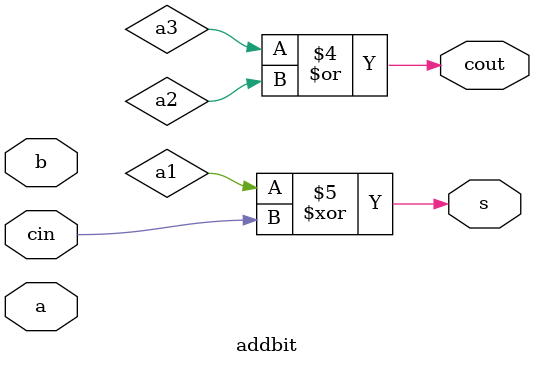
<source format=v>
module addbit(s, cout, cin, a, b);

	input cin, a, b;
	output s, cout;
	wire o1, o2, o3;

	xor i1(o1, a, b);
	and i2(o2, a, b);
	and i3(o3, cin, o1);
	or  i4(cout, a3, a2);
	xor i5(s, a1, cin);
endmodule

</source>
